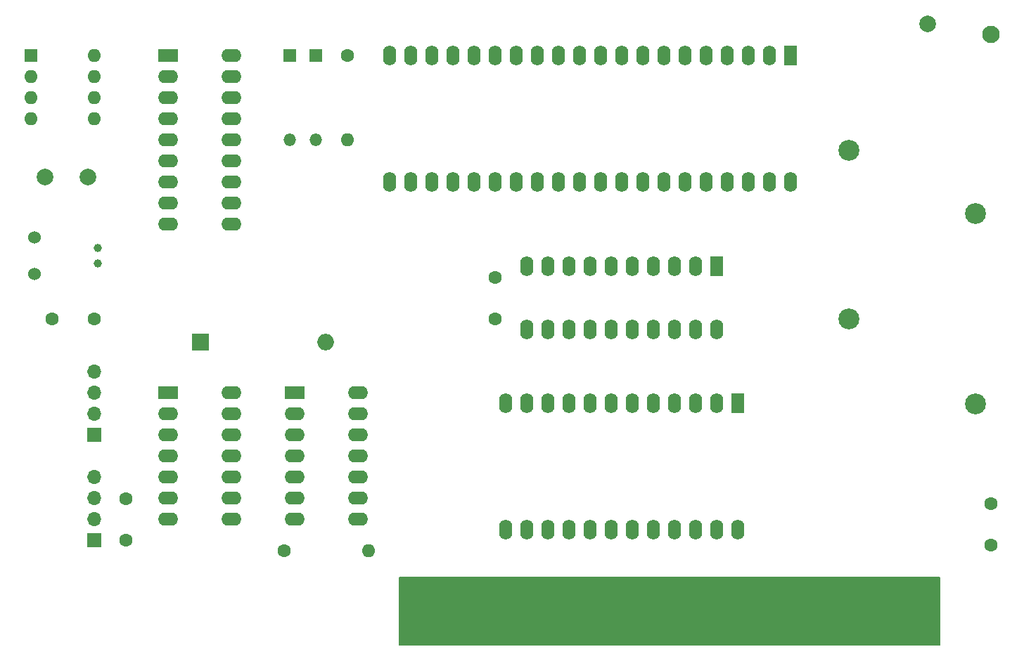
<source format=gbr>
%TF.GenerationSoftware,KiCad,Pcbnew,7.0.5-0*%
%TF.CreationDate,2023-06-19T18:26:53+02:00*%
%TF.ProjectId,Apple TimeMaster - reloaded,4170706c-6520-4546-996d-654d61737465,rev?*%
%TF.SameCoordinates,Original*%
%TF.FileFunction,Soldermask,Top*%
%TF.FilePolarity,Negative*%
%FSLAX46Y46*%
G04 Gerber Fmt 4.6, Leading zero omitted, Abs format (unit mm)*
G04 Created by KiCad (PCBNEW 7.0.5-0) date 2023-06-19 18:26:53*
%MOMM*%
%LPD*%
G01*
G04 APERTURE LIST*
G04 Aperture macros list*
%AMRoundRect*
0 Rectangle with rounded corners*
0 $1 Rounding radius*
0 $2 $3 $4 $5 $6 $7 $8 $9 X,Y pos of 4 corners*
0 Add a 4 corners polygon primitive as box body*
4,1,4,$2,$3,$4,$5,$6,$7,$8,$9,$2,$3,0*
0 Add four circle primitives for the rounded corners*
1,1,$1+$1,$2,$3*
1,1,$1+$1,$4,$5*
1,1,$1+$1,$6,$7*
1,1,$1+$1,$8,$9*
0 Add four rect primitives between the rounded corners*
20,1,$1+$1,$2,$3,$4,$5,0*
20,1,$1+$1,$4,$5,$6,$7,0*
20,1,$1+$1,$6,$7,$8,$9,0*
20,1,$1+$1,$8,$9,$2,$3,0*%
G04 Aperture macros list end*
%ADD10C,0.150000*%
%ADD11C,1.600000*%
%ADD12R,2.000000X2.000000*%
%ADD13O,2.000000X2.000000*%
%ADD14R,1.500000X1.500000*%
%ADD15O,1.500000X1.500000*%
%ADD16O,1.600000X1.600000*%
%ADD17R,2.400000X1.600000*%
%ADD18O,2.400000X1.600000*%
%ADD19R,1.600000X2.400000*%
%ADD20O,1.600000X2.400000*%
%ADD21C,1.000000*%
%ADD22C,1.524000*%
%ADD23C,2.000000*%
%ADD24R,1.700000X1.700000*%
%ADD25O,1.700000X1.700000*%
%ADD26RoundRect,0.381000X0.381000X3.289000X-0.381000X3.289000X-0.381000X-3.289000X0.381000X-3.289000X0*%
%ADD27C,2.524000*%
%ADD28R,1.600000X1.600000*%
%ADD29C,2.100000*%
G04 APERTURE END LIST*
D10*
X190627000Y-134493000D02*
X125603000Y-134493000D01*
X125653800Y-126365000D01*
X190627000Y-126365000D01*
X190627000Y-134493000D01*
G36*
X190627000Y-134493000D02*
G01*
X125603000Y-134493000D01*
X125653800Y-126365000D01*
X190627000Y-126365000D01*
X190627000Y-134493000D01*
G37*
D11*
%TO.C,C5*%
X137150000Y-90210000D03*
X137150000Y-95210000D03*
%TD*%
D12*
%TO.C,C6*%
X101720000Y-98032500D03*
D13*
X116720000Y-98032500D03*
%TD*%
D14*
%TO.C,D1*%
X112395000Y-63500000D03*
D15*
X112395000Y-73660000D03*
%TD*%
D11*
%TO.C,R2*%
X111760000Y-123190000D03*
D16*
X121920000Y-123190000D03*
%TD*%
D17*
%TO.C,U1*%
X97790000Y-63500000D03*
D18*
X97790000Y-66040000D03*
X97790000Y-68580000D03*
X97790000Y-71120000D03*
X97790000Y-73660000D03*
X97790000Y-76200000D03*
X97790000Y-78740000D03*
X97790000Y-81280000D03*
X97790000Y-83820000D03*
X105410000Y-83820000D03*
X105410000Y-81280000D03*
X105410000Y-78740000D03*
X105410000Y-76200000D03*
X105410000Y-73660000D03*
X105410000Y-71120000D03*
X105410000Y-68580000D03*
X105410000Y-66040000D03*
X105410000Y-63500000D03*
%TD*%
D11*
%TO.C,C4*%
X92710000Y-121880000D03*
X92710000Y-116880000D03*
%TD*%
D19*
%TO.C,U3*%
X172715000Y-63500000D03*
D20*
X170175000Y-63500000D03*
X167635000Y-63500000D03*
X165095000Y-63500000D03*
X162555000Y-63500000D03*
X160015000Y-63500000D03*
X157475000Y-63500000D03*
X154935000Y-63500000D03*
X152395000Y-63500000D03*
X149855000Y-63500000D03*
X147315000Y-63500000D03*
X144775000Y-63500000D03*
X142235000Y-63500000D03*
X139695000Y-63500000D03*
X137155000Y-63500000D03*
X134615000Y-63500000D03*
X132075000Y-63500000D03*
X129535000Y-63500000D03*
X126995000Y-63500000D03*
X124455000Y-63500000D03*
X124455000Y-78740000D03*
X126995000Y-78740000D03*
X129535000Y-78740000D03*
X132075000Y-78740000D03*
X134615000Y-78740000D03*
X137155000Y-78740000D03*
X139695000Y-78740000D03*
X142235000Y-78740000D03*
X144775000Y-78740000D03*
X147315000Y-78740000D03*
X149855000Y-78740000D03*
X152395000Y-78740000D03*
X154935000Y-78740000D03*
X157475000Y-78740000D03*
X160015000Y-78740000D03*
X162555000Y-78740000D03*
X165095000Y-78740000D03*
X167635000Y-78740000D03*
X170175000Y-78740000D03*
X172715000Y-78740000D03*
%TD*%
D17*
%TO.C,U6*%
X113040000Y-104135000D03*
D18*
X113040000Y-106675000D03*
X113040000Y-109215000D03*
X113040000Y-111755000D03*
X113040000Y-114295000D03*
X113040000Y-116835000D03*
X113040000Y-119375000D03*
X120660000Y-119375000D03*
X120660000Y-116835000D03*
X120660000Y-114295000D03*
X120660000Y-111755000D03*
X120660000Y-109215000D03*
X120660000Y-106675000D03*
X120660000Y-104135000D03*
%TD*%
D21*
%TO.C,XTAL1*%
X89300000Y-86677500D03*
X89300000Y-88577500D03*
D22*
X81680000Y-89852500D03*
X81680000Y-85407500D03*
%TD*%
D23*
%TO.C,TP1*%
X189230000Y-59690000D03*
%TD*%
D24*
%TO.C,J3*%
X88900000Y-121920000D03*
D25*
X88900000Y-119380000D03*
X88900000Y-116840000D03*
X88900000Y-114300000D03*
%TD*%
D11*
%TO.C,C2*%
X83860000Y-95250000D03*
X88860000Y-95250000D03*
%TD*%
%TO.C,R1*%
X119380000Y-63500000D03*
D16*
X119380000Y-73660000D03*
%TD*%
D24*
%TO.C,J2*%
X88900000Y-109220000D03*
D25*
X88900000Y-106680000D03*
X88900000Y-104140000D03*
X88900000Y-101600000D03*
%TD*%
D26*
%TO.C,J1*%
X127635000Y-130075000D03*
X130175000Y-130075000D03*
X132715000Y-130075000D03*
X135255000Y-130075000D03*
X137795000Y-130075000D03*
X140335000Y-130075000D03*
X142875000Y-130075000D03*
X145415000Y-130075000D03*
X147955000Y-130075000D03*
X150495000Y-130075000D03*
X153035000Y-130075000D03*
X155575000Y-130075000D03*
X158115000Y-130075000D03*
X160655000Y-130075000D03*
X163195000Y-130075000D03*
X165735000Y-130075000D03*
X168275000Y-130075000D03*
X170815000Y-130075000D03*
X173355000Y-130075000D03*
X175895000Y-130075000D03*
X178435000Y-130075000D03*
X180975000Y-130075000D03*
X183515000Y-130075000D03*
X186055000Y-130075000D03*
X188595000Y-130075000D03*
%TD*%
D19*
%TO.C,U2*%
X163820000Y-88910000D03*
D20*
X161280000Y-88910000D03*
X158740000Y-88910000D03*
X156200000Y-88910000D03*
X153660000Y-88910000D03*
X151120000Y-88910000D03*
X148580000Y-88910000D03*
X146040000Y-88910000D03*
X143500000Y-88910000D03*
X140960000Y-88910000D03*
X140960000Y-96530000D03*
X143500000Y-96530000D03*
X146040000Y-96530000D03*
X148580000Y-96530000D03*
X151120000Y-96530000D03*
X153660000Y-96530000D03*
X156200000Y-96530000D03*
X158740000Y-96530000D03*
X161280000Y-96530000D03*
X163820000Y-96530000D03*
%TD*%
D27*
%TO.C,BT1*%
X179705000Y-74950000D03*
X194945000Y-105450000D03*
X179705000Y-95250000D03*
X194945000Y-82550000D03*
%TD*%
D19*
%TO.C,U4*%
X166370000Y-105410000D03*
D20*
X163830000Y-105410000D03*
X161290000Y-105410000D03*
X158750000Y-105410000D03*
X156210000Y-105410000D03*
X153670000Y-105410000D03*
X151130000Y-105410000D03*
X148590000Y-105410000D03*
X146050000Y-105410000D03*
X143510000Y-105410000D03*
X140970000Y-105410000D03*
X138430000Y-105410000D03*
X138430000Y-120650000D03*
X140970000Y-120650000D03*
X143510000Y-120650000D03*
X146050000Y-120650000D03*
X148590000Y-120650000D03*
X151130000Y-120650000D03*
X153670000Y-120650000D03*
X156210000Y-120650000D03*
X158750000Y-120650000D03*
X161290000Y-120650000D03*
X163830000Y-120650000D03*
X166370000Y-120650000D03*
%TD*%
D14*
%TO.C,D2*%
X115570000Y-63500000D03*
D15*
X115570000Y-73660000D03*
%TD*%
D28*
%TO.C,SW1*%
X81290000Y-63510000D03*
D16*
X81290000Y-66050000D03*
X81290000Y-68590000D03*
X81290000Y-71130000D03*
X88910000Y-71130000D03*
X88910000Y-68590000D03*
X88910000Y-66050000D03*
X88910000Y-63510000D03*
%TD*%
D23*
%TO.C,C1*%
X82931000Y-78105000D03*
X88138000Y-78105000D03*
%TD*%
D29*
%TO.C,H1*%
X196850000Y-60960000D03*
%TD*%
D17*
%TO.C,U5*%
X97790000Y-104135000D03*
D18*
X97790000Y-106675000D03*
X97790000Y-109215000D03*
X97790000Y-111755000D03*
X97790000Y-114295000D03*
X97790000Y-116835000D03*
X97790000Y-119375000D03*
X105410000Y-119375000D03*
X105410000Y-116835000D03*
X105410000Y-114295000D03*
X105410000Y-111755000D03*
X105410000Y-109215000D03*
X105410000Y-106675000D03*
X105410000Y-104135000D03*
%TD*%
D11*
%TO.C,C3*%
X196850000Y-117515000D03*
X196850000Y-122515000D03*
%TD*%
M02*

</source>
